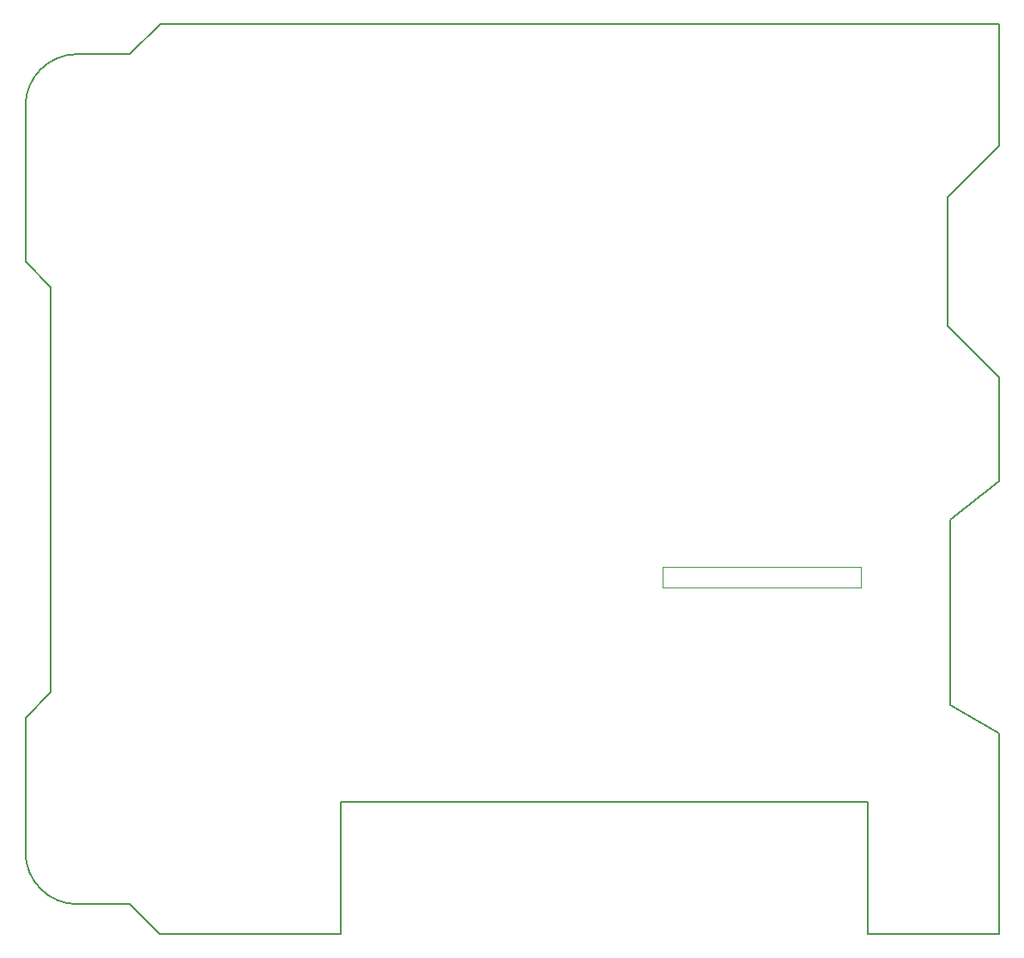
<source format=gm1>
G04 #@! TF.GenerationSoftware,KiCad,Pcbnew,6.0.0-unknown-920f128~86~ubuntu18.04.1*
G04 #@! TF.CreationDate,2019-07-17T14:29:15-04:00*
G04 #@! TF.ProjectId,OBC,4f42432e-6b69-4636-9164-5f7063625858,rev?*
G04 #@! TF.SameCoordinates,Original*
G04 #@! TF.FileFunction,Profile,NP*
%FSLAX46Y46*%
G04 Gerber Fmt 4.6, Leading zero omitted, Abs format (unit mm)*
G04 Created by KiCad (PCBNEW 6.0.0-unknown-920f128~86~ubuntu18.04.1) date 2019-07-17 14:29:15*
%MOMM*%
%LPD*%
G04 APERTURE LIST*
%ADD10C,0.120000*%
%ADD11C,0.200000*%
G04 APERTURE END LIST*
D10*
X150975000Y-101450000D02*
X150975000Y-99400000D01*
X170525000Y-101450000D02*
X150975000Y-101450000D01*
X170525000Y-99400000D02*
X170525000Y-101450000D01*
X150975000Y-99400000D02*
X170525000Y-99400000D01*
D11*
X101395000Y-45825000D02*
X98405000Y-48815000D01*
X88095000Y-114305000D02*
X88095000Y-127605000D01*
X88095000Y-53945000D02*
G75*
G02X93225000Y-48815000I5130000J0D01*
G01*
X98405000Y-48815000D02*
X93225000Y-48815000D01*
X101395000Y-45825000D02*
X184135000Y-45825000D01*
X184135000Y-45825000D02*
X184135000Y-57875000D01*
X179085000Y-62935000D02*
X179085000Y-75685000D01*
X184135000Y-57875000D02*
X179085000Y-62935000D01*
X184135000Y-80735000D02*
X184135000Y-90945000D01*
X179085000Y-75685000D02*
X184135000Y-80735000D01*
X179305000Y-94805000D02*
X179305000Y-113095000D01*
X184135000Y-90945000D02*
X179305000Y-94805000D01*
X184135000Y-115885000D02*
X184135000Y-135695000D01*
X179305000Y-113095000D02*
X184135000Y-115885000D01*
X184135000Y-135695000D02*
X171225000Y-135695000D01*
X171225000Y-122605000D02*
X119225000Y-122605000D01*
X171225000Y-135695000D02*
X171225000Y-122605000D01*
X119225000Y-135695000D02*
X101365000Y-135695000D01*
X119225000Y-122605000D02*
X119225000Y-135695000D01*
X90595000Y-111805000D02*
X90595000Y-71805000D01*
X88095000Y-69305000D02*
X88095000Y-53945000D01*
X88095000Y-114305000D02*
X90595000Y-111805000D01*
X90595000Y-71805000D02*
X88095000Y-69305000D01*
X93225000Y-132735000D02*
G75*
G02X88095000Y-127605000I0J5130000D01*
G01*
X98405000Y-132735000D02*
X93225000Y-132735000D01*
X101365000Y-135695000D02*
X98405000Y-132735000D01*
M02*

</source>
